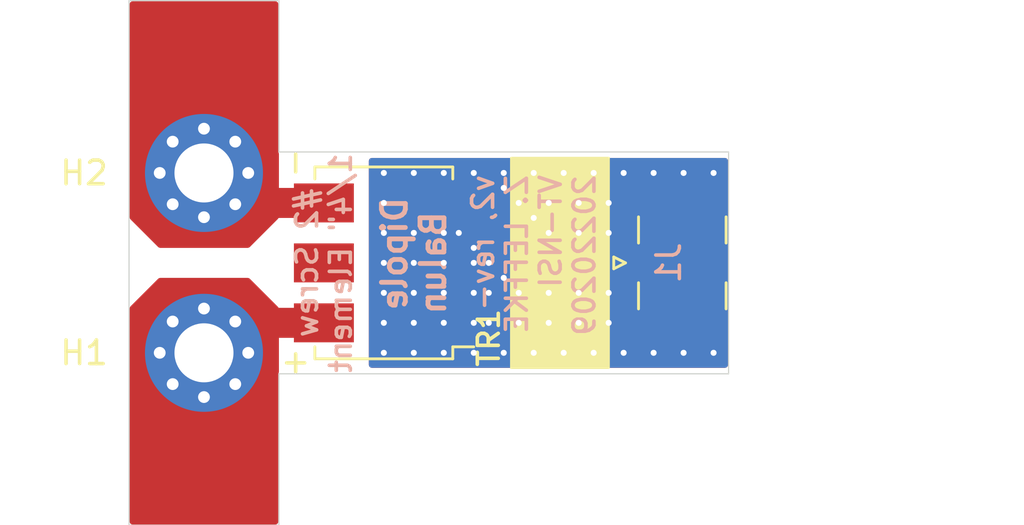
<source format=kicad_pcb>
(kicad_pcb (version 20171130) (host pcbnew 5.1.12-84ad8e8a86~92~ubuntu20.04.1)

  (general
    (thickness 1.6)
    (drawings 14)
    (tracks 71)
    (zones 0)
    (modules 4)
    (nets 5)
  )

  (page A4)
  (layers
    (0 F.Cu signal)
    (31 B.Cu signal)
    (32 B.Adhes user)
    (33 F.Adhes user)
    (34 B.Paste user)
    (35 F.Paste user)
    (36 B.SilkS user)
    (37 F.SilkS user)
    (38 B.Mask user)
    (39 F.Mask user)
    (40 Dwgs.User user)
    (41 Cmts.User user)
    (42 Eco1.User user)
    (43 Eco2.User user)
    (44 Edge.Cuts user)
    (45 Margin user)
    (46 B.CrtYd user)
    (47 F.CrtYd user)
    (48 B.Fab user)
    (49 F.Fab user)
  )

  (setup
    (last_trace_width 0.254)
    (user_trace_width 0.254)
    (user_trace_width 0.508)
    (user_trace_width 0.762)
    (user_trace_width 1.016)
    (user_trace_width 1.27)
    (trace_clearance 0.254)
    (zone_clearance 0)
    (zone_45_only no)
    (trace_min 0.254)
    (via_size 0.508)
    (via_drill 0.254)
    (via_min_size 0.508)
    (via_min_drill 0.254)
    (uvia_size 0.508)
    (uvia_drill 0.254)
    (uvias_allowed no)
    (uvia_min_size 0.508)
    (uvia_min_drill 0.254)
    (edge_width 0.05)
    (segment_width 0.2)
    (pcb_text_width 0.3)
    (pcb_text_size 1.5 1.5)
    (mod_edge_width 0.12)
    (mod_text_size 1 1)
    (mod_text_width 0.15)
    (pad_size 1.524 1.524)
    (pad_drill 0.762)
    (pad_to_mask_clearance 0.05)
    (aux_axis_origin 0 0)
    (visible_elements FFFDFF7F)
    (pcbplotparams
      (layerselection 0x010fc_ffffffff)
      (usegerberextensions false)
      (usegerberattributes true)
      (usegerberadvancedattributes true)
      (creategerberjobfile true)
      (excludeedgelayer true)
      (linewidth 0.100000)
      (plotframeref false)
      (viasonmask false)
      (mode 1)
      (useauxorigin false)
      (hpglpennumber 1)
      (hpglpenspeed 20)
      (hpglpendiameter 15.000000)
      (psnegative false)
      (psa4output false)
      (plotreference true)
      (plotvalue true)
      (plotinvisibletext false)
      (padsonsilk false)
      (subtractmaskfromsilk false)
      (outputformat 1)
      (mirror false)
      (drillshape 1)
      (scaleselection 1)
      (outputdirectory ""))
  )

  (net 0 "")
  (net 1 GND)
  (net 2 "Net-(J1-Pad1)")
  (net 3 /active)
  (net 4 /radial)

  (net_class Default "This is the default net class."
    (clearance 0.254)
    (trace_width 0.254)
    (via_dia 0.508)
    (via_drill 0.254)
    (uvia_dia 0.508)
    (uvia_drill 0.254)
    (diff_pair_width 0.254)
    (diff_pair_gap 0.254)
    (add_net /active)
    (add_net /radial)
    (add_net GND)
    (add_net "Net-(J1-Pad1)")
  )

  (module Connector_Coaxial:SMA_Samtec_SMA-J-P-X-ST-EM1_EdgeMount (layer F.Cu) (tedit 5DAA3454) (tstamp 62047D64)
    (at 162.995 100.965 90)
    (descr "Connector SMA, 0Hz to 20GHz, 50Ohm, Edge Mount (http://suddendocs.samtec.com/prints/sma-j-p-x-st-em1-mkt.pdf)")
    (tags "SMA Straight Samtec Edge Mount")
    (path /5FBD6F54)
    (attr smd)
    (fp_text reference J1 (at 0 -0.435 90) (layer B.SilkS)
      (effects (font (size 1 1) (thickness 0.15)) (justify mirror))
    )
    (fp_text value "SMA EDGE" (at 0 13 90) (layer F.Fab)
      (effects (font (size 1 1) (thickness 0.15)))
    )
    (fp_line (start 0.84 -1.71) (end 1.95 -1.71) (layer F.SilkS) (width 0.12))
    (fp_line (start -1.95 -1.71) (end -0.84 -1.71) (layer F.SilkS) (width 0.12))
    (fp_line (start 0.84 2) (end 1.95 2) (layer F.SilkS) (width 0.12))
    (fp_line (start -1.95 2) (end -0.84 2) (layer F.SilkS) (width 0.12))
    (fp_line (start 3.68 2.6) (end 3.68 12.12) (layer B.CrtYd) (width 0.05))
    (fp_line (start 4 2.6) (end 3.68 2.6) (layer B.CrtYd) (width 0.05))
    (fp_line (start -3.68 12.12) (end -3.68 2.6) (layer B.CrtYd) (width 0.05))
    (fp_line (start -3.68 2.6) (end -4 2.6) (layer B.CrtYd) (width 0.05))
    (fp_line (start 3.68 2.6) (end 3.68 12.12) (layer F.CrtYd) (width 0.05))
    (fp_line (start 3.68 2.6) (end 4 2.6) (layer F.CrtYd) (width 0.05))
    (fp_line (start -3.68 12.12) (end -3.68 2.6) (layer F.CrtYd) (width 0.05))
    (fp_line (start -3.68 2.6) (end -4 2.6) (layer F.CrtYd) (width 0.05))
    (fp_line (start 4.1 2.1) (end -4.1 2.1) (layer Dwgs.User) (width 0.1))
    (fp_line (start -3.175 -1.71) (end -3.175 11.62) (layer F.Fab) (width 0.1))
    (fp_line (start -2.365 -1.71) (end -3.175 -1.71) (layer F.Fab) (width 0.1))
    (fp_line (start -2.365 2.1) (end -2.365 -1.71) (layer F.Fab) (width 0.1))
    (fp_line (start 2.365 2.1) (end -2.365 2.1) (layer F.Fab) (width 0.1))
    (fp_line (start 2.365 -1.71) (end 2.365 2.1) (layer F.Fab) (width 0.1))
    (fp_line (start 3.175 -1.71) (end 2.365 -1.71) (layer F.Fab) (width 0.1))
    (fp_line (start 3.175 -1.71) (end 3.175 11.62) (layer F.Fab) (width 0.1))
    (fp_line (start 3.165 11.62) (end -3.165 11.62) (layer F.Fab) (width 0.1))
    (fp_line (start -4 -2.6) (end 4 -2.6) (layer B.CrtYd) (width 0.05))
    (fp_line (start -4 2.6) (end -4 -2.6) (layer B.CrtYd) (width 0.05))
    (fp_line (start 3.68 12.12) (end -3.68 12.12) (layer B.CrtYd) (width 0.05))
    (fp_line (start 4 2.6) (end 4 -2.6) (layer B.CrtYd) (width 0.05))
    (fp_line (start -4 -2.6) (end 4 -2.6) (layer F.CrtYd) (width 0.05))
    (fp_line (start -4 2.6) (end -4 -2.6) (layer F.CrtYd) (width 0.05))
    (fp_line (start 3.68 12.12) (end -3.68 12.12) (layer F.CrtYd) (width 0.05))
    (fp_line (start 4 2.6) (end 4 -2.6) (layer F.CrtYd) (width 0.05))
    (fp_line (start 0.64 2.1) (end 0 3.1) (layer F.Fab) (width 0.1))
    (fp_line (start 0 3.1) (end -0.64 2.1) (layer F.Fab) (width 0.1))
    (fp_line (start 0 -2.26) (end 0.25 -2.76) (layer F.SilkS) (width 0.12))
    (fp_line (start 0.25 -2.76) (end -0.25 -2.76) (layer F.SilkS) (width 0.12))
    (fp_line (start -0.25 -2.76) (end 0 -2.26) (layer F.SilkS) (width 0.12))
    (fp_text user "Board Thickness: 1.57mm" (at 0 5.915 90) (layer Cmts.User)
      (effects (font (size 1 1) (thickness 0.15)))
    )
    (fp_text user "PCB Edge" (at 0 14.17 90) (layer Dwgs.User)
      (effects (font (size 0.5 0.5) (thickness 0.1)))
    )
    (fp_text user %R (at 0 4.79 270) (layer F.Fab)
      (effects (font (size 1 1) (thickness 0.15)))
    )
    (pad 1 smd rect (at 0 0.2 90) (size 1.27 3.6) (layers F.Cu F.Paste F.Mask)
      (net 2 "Net-(J1-Pad1)"))
    (pad 2 smd rect (at 2.825 0 90) (size 1.35 4.2) (layers F.Cu F.Paste F.Mask)
      (net 1 GND))
    (pad 2 smd rect (at -2.825 0 90) (size 1.35 4.2) (layers F.Cu F.Paste F.Mask)
      (net 1 GND))
    (pad 2 smd rect (at 2.825 0 90) (size 1.35 4.2) (layers B.Cu B.Paste B.Mask)
      (net 1 GND))
    (pad 2 smd rect (at -2.825 0 90) (size 1.35 4.2) (layers B.Cu B.Paste B.Mask)
      (net 1 GND))
    (model ${KISYS3DMOD}/Connector_Coaxial.3dshapes/SMA_Samtec_SMA-J-P-X-ST-EM1_EdgeMount.wrl
      (at (xyz 0 0 0))
      (scale (xyz 1 1 1))
      (rotate (xyz 0 0 0))
    )
  )

  (module minicircuits_footprints:Mini-Circuits_CD542_H2.84mm (layer F.Cu) (tedit 5A365E23) (tstamp 62047DD8)
    (at 150.495 100.965 180)
    (descr https://ww2.minicircuits.com/case_style/CD542.pdf)
    (tags "RF Transformer")
    (path /5FBC788E)
    (attr smd)
    (fp_text reference TR1 (at -4.445 -3.175 90) (layer F.SilkS)
      (effects (font (size 0.889 0.889) (thickness 0.1524)))
    )
    (fp_text value ADT1.5-122 (at 0 5.08) (layer F.Fab)
      (effects (font (size 1 1) (thickness 0.15)))
    )
    (fp_line (start 4.06 -4.32) (end -4.06 -4.32) (layer F.CrtYd) (width 0.05))
    (fp_line (start 4.06 4.32) (end -4.06 4.32) (layer F.CrtYd) (width 0.05))
    (fp_line (start 4.06 4.32) (end 4.06 -4.32) (layer F.CrtYd) (width 0.05))
    (fp_line (start -4.06 4.32) (end -4.06 -4.32) (layer F.CrtYd) (width 0.05))
    (fp_line (start 2.921 4.064) (end 2.921 3.556) (layer F.SilkS) (width 0.12))
    (fp_line (start -2.921 4.064) (end 2.921 4.064) (layer F.SilkS) (width 0.12))
    (fp_line (start -2.921 3.556) (end -2.921 4.064) (layer F.SilkS) (width 0.12))
    (fp_line (start -2.921 -3.556) (end -3.81 -3.556) (layer F.SilkS) (width 0.12))
    (fp_line (start -2.921 -4.064) (end -2.921 -3.556) (layer F.SilkS) (width 0.12))
    (fp_line (start 2.921 -4.064) (end -2.921 -4.064) (layer F.SilkS) (width 0.12))
    (fp_line (start 2.921 -3.556) (end 2.921 -4.064) (layer F.SilkS) (width 0.12))
    (fp_line (start -1.794 -3.937) (end -2.794 -2.937) (layer F.Fab) (width 0.1))
    (fp_line (start -1.794 -3.937) (end 2.794 -3.937) (layer F.Fab) (width 0.1))
    (fp_line (start -2.794 3.937) (end -2.794 -2.937) (layer F.Fab) (width 0.1))
    (fp_line (start 2.794 3.937) (end -2.794 3.937) (layer F.Fab) (width 0.1))
    (fp_line (start 2.794 -3.937) (end 2.794 3.937) (layer F.Fab) (width 0.1))
    (fp_text user %R (at 0 0 90) (layer F.Fab)
      (effects (font (size 1 1) (thickness 0.15)))
    )
    (pad 6 smd rect (at 2.54 -2.54 180) (size 2.54 1.65) (layers F.Cu F.Paste F.Mask)
      (net 3 /active))
    (pad 5 smd rect (at 2.54 0 180) (size 2.54 1.65) (layers F.Cu F.Paste F.Mask))
    (pad 4 smd rect (at 2.54 2.54 180) (size 2.54 1.65) (layers F.Cu F.Paste F.Mask)
      (net 4 /radial))
    (pad 3 smd rect (at -2.54 2.54 180) (size 2.54 1.65) (layers F.Cu F.Paste F.Mask)
      (net 2 "Net-(J1-Pad1)"))
    (pad 2 smd rect (at -2.54 0 180) (size 2.54 1.65) (layers F.Cu F.Paste F.Mask)
      (net 1 GND))
    (pad 1 smd rect (at -2.54 -2.54 180) (size 2.54 1.65) (layers F.Cu F.Paste F.Mask)
      (net 1 GND))
    (model ${KISYS3DMOD}/RF_Mini-Circuits.3dshapes/Mini-Circuits_CD542_H2.84mm.wrl
      (at (xyz 0 0 0))
      (scale (xyz 1 1 1))
      (rotate (xyz 0 0 0))
    )
  )

  (module MountingHole:MountingHole_2.5mm_Pad_Via (layer F.Cu) (tedit 56DDBAEA) (tstamp 5FBCD5D8)
    (at 142.875 97.155)
    (descr "Mounting Hole 2.5mm")
    (tags "mounting hole 2.5mm")
    (path /5FBC9BCD)
    (attr virtual)
    (fp_text reference H2 (at -5.08 0) (layer F.SilkS)
      (effects (font (size 1 1) (thickness 0.15)))
    )
    (fp_text value radial (at -6.35 0) (layer F.Fab)
      (effects (font (size 1 1) (thickness 0.15)))
    )
    (fp_circle (center 0 0) (end 2.75 0) (layer F.CrtYd) (width 0.05))
    (fp_circle (center 0 0) (end 2.5 0) (layer Cmts.User) (width 0.15))
    (fp_text user %R (at 0.3 0) (layer F.Fab)
      (effects (font (size 1 1) (thickness 0.15)))
    )
    (pad 1 thru_hole circle (at 1.325825 -1.325825) (size 0.8 0.8) (drill 0.5) (layers *.Cu *.Mask)
      (net 4 /radial))
    (pad 1 thru_hole circle (at 0 -1.875) (size 0.8 0.8) (drill 0.5) (layers *.Cu *.Mask)
      (net 4 /radial))
    (pad 1 thru_hole circle (at -1.325825 -1.325825) (size 0.8 0.8) (drill 0.5) (layers *.Cu *.Mask)
      (net 4 /radial))
    (pad 1 thru_hole circle (at -1.875 0) (size 0.8 0.8) (drill 0.5) (layers *.Cu *.Mask)
      (net 4 /radial))
    (pad 1 thru_hole circle (at -1.325825 1.325825) (size 0.8 0.8) (drill 0.5) (layers *.Cu *.Mask)
      (net 4 /radial))
    (pad 1 thru_hole circle (at 0 1.875) (size 0.8 0.8) (drill 0.5) (layers *.Cu *.Mask)
      (net 4 /radial))
    (pad 1 thru_hole circle (at 1.325825 1.325825) (size 0.8 0.8) (drill 0.5) (layers *.Cu *.Mask)
      (net 4 /radial))
    (pad 1 thru_hole circle (at 1.875 0) (size 0.8 0.8) (drill 0.5) (layers *.Cu *.Mask)
      (net 4 /radial))
    (pad 1 thru_hole circle (at 0 0) (size 5 5) (drill 2.5) (layers *.Cu *.Mask)
      (net 4 /radial))
  )

  (module MountingHole:MountingHole_2.5mm_Pad_Via (layer F.Cu) (tedit 56DDBAEA) (tstamp 5FBCD7E7)
    (at 142.875 104.775)
    (descr "Mounting Hole 2.5mm")
    (tags "mounting hole 2.5mm")
    (path /5FBC8BF2)
    (attr virtual)
    (fp_text reference H1 (at -5.08 0) (layer F.SilkS)
      (effects (font (size 1 1) (thickness 0.15)))
    )
    (fp_text value active (at 0 3.5) (layer F.Fab)
      (effects (font (size 1 1) (thickness 0.15)))
    )
    (fp_circle (center 0 0) (end 2.75 0) (layer F.CrtYd) (width 0.05))
    (fp_circle (center 0 0) (end 2.5 0) (layer Cmts.User) (width 0.15))
    (fp_text user %R (at 0.3 0) (layer F.Fab)
      (effects (font (size 1 1) (thickness 0.15)))
    )
    (pad 1 thru_hole circle (at 1.325825 -1.325825) (size 0.8 0.8) (drill 0.5) (layers *.Cu *.Mask)
      (net 3 /active))
    (pad 1 thru_hole circle (at 0 -1.875) (size 0.8 0.8) (drill 0.5) (layers *.Cu *.Mask)
      (net 3 /active))
    (pad 1 thru_hole circle (at -1.325825 -1.325825) (size 0.8 0.8) (drill 0.5) (layers *.Cu *.Mask)
      (net 3 /active))
    (pad 1 thru_hole circle (at -1.875 0) (size 0.8 0.8) (drill 0.5) (layers *.Cu *.Mask)
      (net 3 /active))
    (pad 1 thru_hole circle (at -1.325825 1.325825) (size 0.8 0.8) (drill 0.5) (layers *.Cu *.Mask)
      (net 3 /active))
    (pad 1 thru_hole circle (at 0 1.875) (size 0.8 0.8) (drill 0.5) (layers *.Cu *.Mask)
      (net 3 /active))
    (pad 1 thru_hole circle (at 1.325825 1.325825) (size 0.8 0.8) (drill 0.5) (layers *.Cu *.Mask)
      (net 3 /active))
    (pad 1 thru_hole circle (at 1.875 0) (size 0.8 0.8) (drill 0.5) (layers *.Cu *.Mask)
      (net 3 /active))
    (pad 1 thru_hole circle (at 0 0) (size 5 5) (drill 2.5) (layers *.Cu *.Mask)
      (net 3 /active))
  )

  (gr_text "Dipole \nBalun" (at 151.765 100.965 90) (layer B.SilkS) (tstamp 62048ED5)
    (effects (font (size 1.016 1.016) (thickness 0.2032)) (justify mirror))
  )
  (gr_line (start 146.05 105.664) (end 165.1 105.664) (layer Edge.Cuts) (width 0.05) (tstamp 62048024))
  (gr_line (start 146.05 105.664) (end 146.05 112.0775) (layer Edge.Cuts) (width 0.05) (tstamp 6204801B))
  (gr_line (start 146.05 89.8525) (end 146.05 96.266) (layer Edge.Cuts) (width 0.05) (tstamp 62048018))
  (gr_line (start 165.1 96.266) (end 146.05 96.266) (layer Edge.Cuts) (width 0.05) (tstamp 62048010))
  (gr_poly (pts (xy 160.02 96.52) (xy 155.8925 96.52) (xy 155.8925 105.41) (xy 160.02 105.41)) (layer F.SilkS) (width 0.1) (tstamp 620488D8))
  (gr_text "#2 Screw\n1/4\" Element" (at 147.955 100.965 90) (layer B.SilkS) (tstamp 5FBD0D36)
    (effects (font (size 0.889 0.889) (thickness 0.1524)) (justify mirror))
  )
  (gr_text - (at 146.685 96.012 90) (layer F.SilkS) (tstamp 5FBD0BB6)
    (effects (font (size 1 1) (thickness 0.15)) (justify right))
  )
  (gr_text + (at 146.685 105.918 90) (layer F.SilkS) (tstamp 6204816B)
    (effects (font (size 1 1) (thickness 0.15)) (justify left))
  )
  (gr_text "v2, rev-\nZ. LEFFKE\nVT-NSI\n20220209" (at 156.845 97.155 90) (layer B.SilkS) (tstamp 62048E88)
    (effects (font (size 0.889 0.889) (thickness 0.1524)) (justify left mirror))
  )
  (gr_line (start 146.05 112.0775) (end 139.7 112.0775) (layer Edge.Cuts) (width 0.05) (tstamp 5FBCD8B7))
  (gr_line (start 165.1 96.266) (end 165.1 105.664) (layer Edge.Cuts) (width 0.05) (tstamp 62047D08))
  (gr_line (start 139.7 89.8525) (end 146.05 89.8525) (layer Edge.Cuts) (width 0.05))
  (gr_line (start 139.7 112.0775) (end 139.7 89.8525) (layer Edge.Cuts) (width 0.05))

  (via (at 158.75 98.425) (size 0.508) (drill 0.254) (layers F.Cu B.Cu) (net 1))
  (via (at 154.94 100.965) (size 0.508) (drill 0.254) (layers F.Cu B.Cu) (net 1))
  (via (at 155.575 101.6) (size 0.508) (drill 0.254) (layers F.Cu B.Cu) (net 1))
  (via (at 156.21 102.235) (size 0.508) (drill 0.254) (layers F.Cu B.Cu) (net 1))
  (via (at 156.845 99.06) (size 0.508) (drill 0.254) (layers F.Cu B.Cu) (net 1))
  (via (at 157.48 102.235) (size 0.508) (drill 0.254) (layers F.Cu B.Cu) (net 1))
  (via (at 158.75 103.505) (size 0.508) (drill 0.254) (layers F.Cu B.Cu) (net 1))
  (via (at 153.035 104.775) (size 0.508) (drill 0.254) (layers F.Cu B.Cu) (net 1) (tstamp 62047D20))
  (via (at 154.305 104.775) (size 0.508) (drill 0.254) (layers F.Cu B.Cu) (net 1) (tstamp 62047D1D))
  (via (at 155.575 104.775) (size 0.508) (drill 0.254) (layers F.Cu B.Cu) (net 1) (tstamp 62047D14))
  (via (at 164.465 104.775) (size 0.508) (drill 0.254) (layers F.Cu B.Cu) (net 1) (tstamp 62047D11))
  (via (at 163.195 104.775) (size 0.508) (drill 0.254) (layers F.Cu B.Cu) (net 1) (tstamp 62047D0E))
  (via (at 161.925 104.775) (size 0.508) (drill 0.254) (layers F.Cu B.Cu) (net 1) (tstamp 62047D0B))
  (via (at 160.655 104.775) (size 0.508) (drill 0.254) (layers F.Cu B.Cu) (net 1) (tstamp 62047D17))
  (via (at 159.385 104.775) (size 0.508) (drill 0.254) (layers F.Cu B.Cu) (net 1) (tstamp 62047D32))
  (via (at 158.115 104.775) (size 0.508) (drill 0.254) (layers F.Cu B.Cu) (net 1) (tstamp 62047D2F))
  (via (at 156.845 104.775) (size 0.508) (drill 0.254) (layers F.Cu B.Cu) (net 1) (tstamp 62047D2C))
  (via (at 160.02 103.505) (size 0.508) (drill 0.254) (layers F.Cu B.Cu) (net 1) (tstamp 62047D29))
  (via (at 157.48 99.695) (size 0.508) (drill 0.254) (layers F.Cu B.Cu) (net 1))
  (via (at 156.845 97.155) (size 0.508) (drill 0.254) (layers F.Cu B.Cu) (net 1))
  (via (at 158.115 97.155) (size 0.508) (drill 0.254) (layers F.Cu B.Cu) (net 1))
  (via (at 159.385 97.155) (size 0.508) (drill 0.254) (layers F.Cu B.Cu) (net 1))
  (via (at 160.655 97.155) (size 0.508) (drill 0.254) (layers F.Cu B.Cu) (net 1))
  (via (at 161.925 97.155) (size 0.508) (drill 0.254) (layers F.Cu B.Cu) (net 1))
  (via (at 163.195 97.155) (size 0.508) (drill 0.254) (layers F.Cu B.Cu) (net 1))
  (via (at 164.465 97.155) (size 0.508) (drill 0.254) (layers F.Cu B.Cu) (net 1))
  (via (at 151.765 104.775) (size 0.508) (drill 0.254) (layers F.Cu B.Cu) (net 1) (tstamp 62047D26))
  (via (at 150.495 104.775) (size 0.508) (drill 0.254) (layers F.Cu B.Cu) (net 1) (tstamp 62047D23))
  (via (at 150.495 103.505) (size 0.508) (drill 0.254) (layers F.Cu B.Cu) (net 1) (tstamp 5FBCEF9E))
  (via (at 150.495 102.235) (size 0.508) (drill 0.254) (layers F.Cu B.Cu) (net 1) (tstamp 5FBCEFA0))
  (via (at 150.495 100.965) (size 0.508) (drill 0.254) (layers F.Cu B.Cu) (net 1) (tstamp 5FBCEFA2))
  (via (at 150.495 99.695) (size 0.508) (drill 0.254) (layers F.Cu B.Cu) (net 1) (tstamp 5FBCEFA4))
  (via (at 150.495 98.425) (size 0.508) (drill 0.254) (layers F.Cu B.Cu) (net 1) (tstamp 5FBCEFA6))
  (via (at 150.495 97.155) (size 0.508) (drill 0.254) (layers F.Cu B.Cu) (net 1) (tstamp 5FBCEFAA))
  (via (at 155.575 97.155) (size 0.508) (drill 0.254) (layers F.Cu B.Cu) (net 1) (tstamp 5FBCEFB2))
  (via (at 156.21 98.425) (size 0.508) (drill 0.254) (layers F.Cu B.Cu) (net 1) (tstamp 5FBD07F7))
  (via (at 155.575 97.79) (size 0.508) (drill 0.254) (layers F.Cu B.Cu) (net 1) (tstamp 5FBD07F9))
  (via (at 160.02 99.695) (size 0.508) (drill 0.254) (layers F.Cu B.Cu) (net 1) (tstamp 5FBD07FB))
  (via (at 154.305 100.965) (size 0.508) (drill 0.254) (layers F.Cu B.Cu) (net 1) (tstamp 5FBD07FD))
  (via (at 153.035 100.965) (size 0.508) (drill 0.254) (layers F.Cu B.Cu) (net 1) (tstamp 5FBD07FF))
  (via (at 151.765 100.965) (size 0.508) (drill 0.254) (layers F.Cu B.Cu) (net 1) (tstamp 5FBD0801))
  (via (at 151.765 97.155) (size 0.508) (drill 0.254) (layers F.Cu B.Cu) (net 1) (tstamp 5FBD0803))
  (via (at 153.035 97.155) (size 0.508) (drill 0.254) (layers F.Cu B.Cu) (net 1) (tstamp 5FBD0805))
  (via (at 154.305 97.155) (size 0.508) (drill 0.254) (layers F.Cu B.Cu) (net 1) (tstamp 5FBD0955))
  (via (at 151.765 99.695) (size 0.508) (drill 0.254) (layers F.Cu B.Cu) (net 1) (tstamp 5FBD0A00))
  (via (at 154.305 103.505) (size 0.508) (drill 0.254) (layers F.Cu B.Cu) (net 1) (tstamp 5FBD0A02))
  (via (at 153.035 103.505) (size 0.508) (drill 0.254) (layers F.Cu B.Cu) (net 1) (tstamp 5FBD0A04))
  (via (at 151.765 103.505) (size 0.508) (drill 0.254) (layers F.Cu B.Cu) (net 1) (tstamp 5FBD0A06))
  (via (at 151.765 102.235) (size 0.508) (drill 0.254) (layers F.Cu B.Cu) (net 1) (tstamp 5FBD0A08))
  (via (at 153.035 102.235) (size 0.508) (drill 0.254) (layers F.Cu B.Cu) (net 1) (tstamp 5FBD0A0A))
  (via (at 154.305 102.235) (size 0.508) (drill 0.254) (layers F.Cu B.Cu) (net 1) (tstamp 5FBD0A0C))
  (via (at 158.75 99.695) (size 0.508) (drill 0.254) (layers F.Cu B.Cu) (net 1) (tstamp 62047C96))
  (via (at 158.75 102.235) (size 0.508) (drill 0.254) (layers F.Cu B.Cu) (net 1) (tstamp 62047C9D))
  (via (at 160.02 102.235) (size 0.508) (drill 0.254) (layers F.Cu B.Cu) (net 1) (tstamp 62047C9F))
  (via (at 154.305 100.33) (size 0.508) (drill 0.254) (layers F.Cu B.Cu) (net 1) (tstamp 62047FEC))
  (via (at 153.035 99.695) (size 0.508) (drill 0.254) (layers F.Cu B.Cu) (net 1) (tstamp 62047FF0))
  (via (at 153.67 99.695) (size 0.508) (drill 0.254) (layers F.Cu B.Cu) (net 1) (tstamp 62047FF2))
  (via (at 157.48 103.505) (size 0.508) (drill 0.254) (layers F.Cu B.Cu) (net 1) (tstamp 62047FFF))
  (via (at 156.21 103.505) (size 0.508) (drill 0.254) (layers F.Cu B.Cu) (net 1) (tstamp 62048001))
  (via (at 154.94 103.505) (size 0.508) (drill 0.254) (layers F.Cu B.Cu) (net 1) (tstamp 62048003))
  (via (at 154.94 102.235) (size 0.508) (drill 0.254) (layers F.Cu B.Cu) (net 1) (tstamp 62048005))
  (via (at 160.02 98.425) (size 0.508) (drill 0.254) (layers F.Cu B.Cu) (net 1) (tstamp 62048008))
  (via (at 157.48 98.425) (size 0.508) (drill 0.254) (layers F.Cu B.Cu) (net 1) (tstamp 6204800A))
  (segment (start 160.655 100.965) (end 163.195 100.965) (width 1.27) (layer F.Cu) (net 2))
  (segment (start 160.655 100.965) (end 156.845 100.965) (width 1.27) (layer F.Cu) (net 2))
  (segment (start 154.305 98.425) (end 153.035 98.425) (width 1.27) (layer F.Cu) (net 2))
  (segment (start 156.845 100.965) (end 154.305 98.425) (width 1.27) (layer F.Cu) (net 2))
  (segment (start 144.145 103.505) (end 142.875 104.775) (width 1.27) (layer F.Cu) (net 3))
  (segment (start 147.955 103.505) (end 144.145 103.505) (width 1.27) (layer F.Cu) (net 3))
  (segment (start 144.145 98.425) (end 142.875 97.155) (width 1.27) (layer F.Cu) (net 4))
  (segment (start 147.955 98.425) (end 144.145 98.425) (width 1.27) (layer F.Cu) (net 4))

  (zone (net 1) (net_name GND) (layer B.Cu) (tstamp 62047D35) (hatch edge 0.508)
    (connect_pads yes (clearance 0))
    (min_thickness 0.254)
    (fill yes (arc_segments 32) (thermal_gap 0.508) (thermal_bridge_width 0.508))
    (polygon
      (pts
        (xy 165.1 105.41) (xy 149.86 105.41) (xy 149.86 96.52) (xy 165.1 96.52)
      )
    )
    (filled_polygon
      (pts
        (xy 164.948001 105.283) (xy 149.987 105.283) (xy 149.987 96.647) (xy 164.948 96.647)
      )
    )
  )
  (zone (net 4) (net_name /radial) (layer F.Cu) (tstamp 0) (hatch edge 0.508)
    (connect_pads yes (clearance 0))
    (min_thickness 0.254)
    (fill yes (arc_segments 32) (thermal_gap 0.508) (thermal_bridge_width 0.508))
    (polygon
      (pts
        (xy 146.05 99.06) (xy 144.78 100.33) (xy 140.97 100.33) (xy 139.7 99.06) (xy 139.7 89.8525)
        (xy 146.05 89.8525)
      )
    )
    (filled_polygon
      (pts
        (xy 145.898001 96.258528) (xy 145.897265 96.266) (xy 145.9002 96.295797) (xy 145.908891 96.324449) (xy 145.923 96.350846)
        (xy 145.923 99.007394) (xy 144.727394 100.203) (xy 141.022606 100.203) (xy 139.852 99.032394) (xy 139.852 90.0045)
        (xy 145.898 90.0045)
      )
    )
  )
  (zone (net 3) (net_name /active) (layer F.Cu) (tstamp 0) (hatch edge 0.508)
    (connect_pads yes (clearance 0))
    (min_thickness 0.254)
    (fill yes (arc_segments 32) (thermal_gap 0.508) (thermal_bridge_width 0.508))
    (polygon
      (pts
        (xy 146.05 102.87) (xy 146.05 112.0775) (xy 139.7 112.0775) (xy 139.7 102.87) (xy 140.97 101.6)
        (xy 144.78 101.6)
      )
    )
    (filled_polygon
      (pts
        (xy 145.923 102.922606) (xy 145.923 105.579154) (xy 145.908891 105.605551) (xy 145.9002 105.634203) (xy 145.897265 105.664)
        (xy 145.898 105.671462) (xy 145.898001 111.9255) (xy 139.852 111.9255) (xy 139.852 102.897606) (xy 141.022606 101.727)
        (xy 144.727394 101.727)
      )
    )
  )
  (zone (net 0) (net_name "") (layer F.Mask) (tstamp 0) (hatch edge 0.508)
    (connect_pads yes (clearance 0))
    (min_thickness 0)
    (fill yes (arc_segments 32) (thermal_gap 0.508) (thermal_bridge_width 0.508))
    (polygon
      (pts
        (xy 146.05 112.0775) (xy 139.7 112.0775) (xy 139.7 89.8525) (xy 146.05 89.8525)
      )
    )
    (filled_polygon
      (pts
        (xy 146.05 112.0775) (xy 139.7 112.0775) (xy 139.7 89.8525) (xy 146.05 89.8525)
      )
    )
  )
  (zone (net 0) (net_name "") (layer B.Mask) (tstamp 0) (hatch edge 0.508)
    (connect_pads yes (clearance 0))
    (min_thickness 0)
    (fill yes (arc_segments 32) (thermal_gap 0.508) (thermal_bridge_width 0.508))
    (polygon
      (pts
        (xy 146.05 112.0775) (xy 139.7 112.0775) (xy 139.7 89.8525) (xy 146.05 89.8525)
      )
    )
    (filled_polygon
      (pts
        (xy 146.05 112.0775) (xy 139.7 112.0775) (xy 139.7 89.8525) (xy 146.05 89.8525)
      )
    )
  )
  (zone (net 1) (net_name GND) (layer F.Cu) (tstamp 62047D1A) (hatch edge 0.508)
    (connect_pads yes (clearance 0))
    (min_thickness 0.254)
    (fill yes (arc_segments 32) (thermal_gap 0.508) (thermal_bridge_width 0.508))
    (polygon
      (pts
        (xy 165.1 99.06) (xy 164.465 99.695) (xy 164.465 102.235) (xy 165.1 102.87) (xy 165.1 105.41)
        (xy 149.86 105.41) (xy 149.86 96.52) (xy 165.1 96.52)
      )
    )
    (filled_polygon
      (pts
        (xy 164.948 99.032394) (xy 164.375197 99.605197) (xy 164.359403 99.624443) (xy 164.347667 99.646399) (xy 164.34044 99.670224)
        (xy 164.338 99.695) (xy 164.338 99.947157) (xy 161.395 99.947157) (xy 161.376287 99.949) (xy 157.265841 99.949)
        (xy 155.058712 97.741872) (xy 155.026896 97.703104) (xy 154.87219 97.57614) (xy 154.695687 97.481798) (xy 154.664409 97.47231)
        (xy 154.658701 97.453492) (xy 154.623322 97.387304) (xy 154.575711 97.329289) (xy 154.517696 97.281678) (xy 154.451508 97.246299)
        (xy 154.379689 97.224513) (xy 154.305 97.217157) (xy 151.765 97.217157) (xy 151.690311 97.224513) (xy 151.618492 97.246299)
        (xy 151.552304 97.281678) (xy 151.494289 97.329289) (xy 151.446678 97.387304) (xy 151.411299 97.453492) (xy 151.389513 97.525311)
        (xy 151.382157 97.6) (xy 151.382157 99.25) (xy 151.389513 99.324689) (xy 151.411299 99.396508) (xy 151.446678 99.462696)
        (xy 151.494289 99.520711) (xy 151.552304 99.568322) (xy 151.618492 99.603701) (xy 151.690311 99.625487) (xy 151.765 99.632843)
        (xy 154.076003 99.632843) (xy 156.091292 101.648133) (xy 156.123104 101.686896) (xy 156.27781 101.81386) (xy 156.454313 101.908202)
        (xy 156.587732 101.948674) (xy 156.645828 101.966298) (xy 156.665177 101.968204) (xy 156.795098 101.981) (xy 156.795105 101.981)
        (xy 156.844999 101.985914) (xy 156.894893 101.981) (xy 161.376287 101.981) (xy 161.395 101.982843) (xy 164.338 101.982843)
        (xy 164.338 102.235) (xy 164.34044 102.259776) (xy 164.347667 102.283601) (xy 164.359403 102.305557) (xy 164.375197 102.324803)
        (xy 164.948001 102.897607) (xy 164.948001 105.283) (xy 149.987 105.283) (xy 149.987 96.647) (xy 164.948 96.647)
      )
    )
  )
)

</source>
